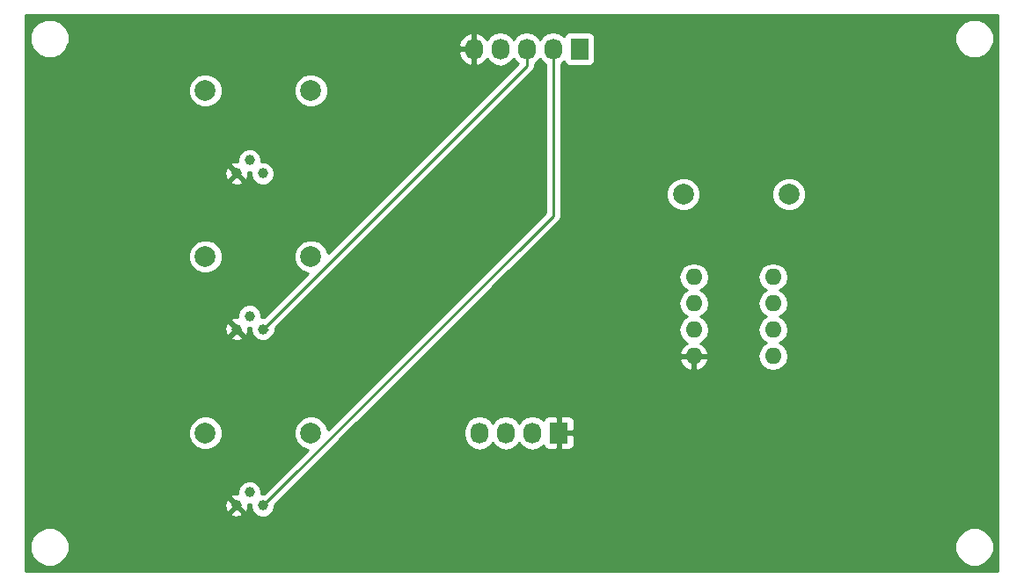
<source format=gbr>
G04 #@! TF.FileFunction,Copper,L2,Bot,Signal*
%FSLAX46Y46*%
G04 Gerber Fmt 4.6, Leading zero omitted, Abs format (unit mm)*
G04 Created by KiCad (PCBNEW 4.0.5+dfsg1-4) date Sun Jul  1 16:29:06 2018*
%MOMM*%
%LPD*%
G01*
G04 APERTURE LIST*
%ADD10C,0.100000*%
%ADD11R,1.727200X2.032000*%
%ADD12O,1.727200X2.032000*%
%ADD13C,1.000760*%
%ADD14C,1.998980*%
%ADD15O,1.600000X1.600000*%
%ADD16C,0.250000*%
%ADD17C,0.254000*%
G04 APERTURE END LIST*
D10*
D11*
X82000000Y-26000000D03*
D12*
X79460000Y-26000000D03*
X76920000Y-26000000D03*
X74380000Y-26000000D03*
X71840000Y-26000000D03*
D13*
X50270000Y-68730000D03*
X51540000Y-70000000D03*
X49000000Y-70000000D03*
X50270000Y-51730000D03*
X51540000Y-53000000D03*
X49000000Y-53000000D03*
X50270000Y-36730000D03*
X51540000Y-38000000D03*
X49000000Y-38000000D03*
D14*
X46000000Y-63000000D03*
X56160000Y-63000000D03*
X46000000Y-46000000D03*
X56160000Y-46000000D03*
X46000000Y-30000000D03*
X56160000Y-30000000D03*
X92000000Y-40000000D03*
X102160000Y-40000000D03*
D15*
X93000000Y-48000000D03*
X93000000Y-50540000D03*
X93000000Y-53080000D03*
X93000000Y-55620000D03*
X100620000Y-55620000D03*
X100620000Y-53080000D03*
X100620000Y-50540000D03*
X100620000Y-48000000D03*
D11*
X80000000Y-63000000D03*
D12*
X77460000Y-63000000D03*
X74920000Y-63000000D03*
X72380000Y-63000000D03*
D16*
X56160000Y-63000000D02*
X56160000Y-62840000D01*
X79460000Y-26000000D02*
X79460000Y-42080000D01*
X79460000Y-42080000D02*
X51540000Y-70000000D01*
X76920000Y-26000000D02*
X76920000Y-27620000D01*
X76920000Y-27620000D02*
X51540000Y-53000000D01*
X52000000Y-53000000D02*
X51540000Y-53000000D01*
D17*
G36*
X122290000Y-76290000D02*
X28710000Y-76290000D01*
X28710000Y-74373305D01*
X29114674Y-74373305D01*
X29401043Y-75066372D01*
X29930839Y-75597093D01*
X30623405Y-75884672D01*
X31373305Y-75885326D01*
X32066372Y-75598957D01*
X32597093Y-75069161D01*
X32884672Y-74376595D01*
X32884674Y-74373305D01*
X118114674Y-74373305D01*
X118401043Y-75066372D01*
X118930839Y-75597093D01*
X119623405Y-75884672D01*
X120373305Y-75885326D01*
X121066372Y-75598957D01*
X121597093Y-75069161D01*
X121884672Y-74376595D01*
X121885326Y-73626695D01*
X121598957Y-72933628D01*
X121069161Y-72402907D01*
X120376595Y-72115328D01*
X119626695Y-72114674D01*
X118933628Y-72401043D01*
X118402907Y-72930839D01*
X118115328Y-73623405D01*
X118114674Y-74373305D01*
X32884674Y-74373305D01*
X32885326Y-73626695D01*
X32598957Y-72933628D01*
X32069161Y-72402907D01*
X31376595Y-72115328D01*
X30626695Y-72114674D01*
X29933628Y-72401043D01*
X29402907Y-72930839D01*
X29115328Y-73623405D01*
X29114674Y-74373305D01*
X28710000Y-74373305D01*
X28710000Y-70790381D01*
X48389224Y-70790381D01*
X48426418Y-71005532D01*
X48854880Y-71148491D01*
X49305435Y-71116602D01*
X49573582Y-71005532D01*
X49610776Y-70790381D01*
X49000000Y-70179605D01*
X48389224Y-70790381D01*
X28710000Y-70790381D01*
X28710000Y-69854880D01*
X47851509Y-69854880D01*
X47883398Y-70305435D01*
X47994468Y-70573582D01*
X48209619Y-70610776D01*
X48820395Y-70000000D01*
X48209619Y-69389224D01*
X47994468Y-69426418D01*
X47851509Y-69854880D01*
X28710000Y-69854880D01*
X28710000Y-63323694D01*
X44365226Y-63323694D01*
X44613538Y-63924655D01*
X45072927Y-64384846D01*
X45673453Y-64634206D01*
X46323694Y-64634774D01*
X46924655Y-64386462D01*
X47384846Y-63927073D01*
X47634206Y-63326547D01*
X47634774Y-62676306D01*
X47386462Y-62075345D01*
X46927073Y-61615154D01*
X46326547Y-61365794D01*
X45676306Y-61365226D01*
X45075345Y-61613538D01*
X44615154Y-62072927D01*
X44365794Y-62673453D01*
X44365226Y-63323694D01*
X28710000Y-63323694D01*
X28710000Y-53790381D01*
X48389224Y-53790381D01*
X48426418Y-54005532D01*
X48854880Y-54148491D01*
X49305435Y-54116602D01*
X49573582Y-54005532D01*
X49610776Y-53790381D01*
X49000000Y-53179605D01*
X48389224Y-53790381D01*
X28710000Y-53790381D01*
X28710000Y-52854880D01*
X47851509Y-52854880D01*
X47883398Y-53305435D01*
X47994468Y-53573582D01*
X48209619Y-53610776D01*
X48820395Y-53000000D01*
X48209619Y-52389224D01*
X47994468Y-52426418D01*
X47851509Y-52854880D01*
X28710000Y-52854880D01*
X28710000Y-52209619D01*
X48389224Y-52209619D01*
X49000000Y-52820395D01*
X49014143Y-52806253D01*
X49193748Y-52985858D01*
X49179605Y-53000000D01*
X49790381Y-53610776D01*
X50005532Y-53573582D01*
X50148491Y-53145120D01*
X50128683Y-52865257D01*
X50404737Y-52865497D01*
X50404424Y-53224850D01*
X50576911Y-53642301D01*
X50896019Y-53961967D01*
X51313168Y-54135182D01*
X51764850Y-54135576D01*
X52182301Y-53963089D01*
X52501967Y-53643981D01*
X52560705Y-53502524D01*
X52702148Y-53290839D01*
X52760000Y-53000000D01*
X52735910Y-52878892D01*
X77457401Y-28157401D01*
X77622148Y-27910840D01*
X77680000Y-27620000D01*
X77680000Y-27444648D01*
X77979670Y-27244415D01*
X78190000Y-26929634D01*
X78400330Y-27244415D01*
X78700000Y-27444648D01*
X78700000Y-41765198D01*
X57793054Y-62672144D01*
X57546462Y-62075345D01*
X57087073Y-61615154D01*
X56486547Y-61365794D01*
X55836306Y-61365226D01*
X55235345Y-61613538D01*
X54775154Y-62072927D01*
X54525794Y-62673453D01*
X54525226Y-63323694D01*
X54773538Y-63924655D01*
X55232927Y-64384846D01*
X55831714Y-64633484D01*
X51600525Y-68864673D01*
X51405263Y-68864503D01*
X51405576Y-68505150D01*
X51233089Y-68087699D01*
X50913981Y-67768033D01*
X50496832Y-67594818D01*
X50045150Y-67594424D01*
X49627699Y-67766911D01*
X49308033Y-68086019D01*
X49134818Y-68503168D01*
X49134513Y-68852260D01*
X48694565Y-68883398D01*
X48426418Y-68994468D01*
X48389224Y-69209619D01*
X49000000Y-69820395D01*
X49014143Y-69806253D01*
X49193748Y-69985858D01*
X49179605Y-70000000D01*
X49790381Y-70610776D01*
X50005532Y-70573582D01*
X50148491Y-70145120D01*
X50128683Y-69865257D01*
X50404737Y-69865497D01*
X50404424Y-70224850D01*
X50576911Y-70642301D01*
X50896019Y-70961967D01*
X51313168Y-71135182D01*
X51764850Y-71135576D01*
X52182301Y-70963089D01*
X52501967Y-70643981D01*
X52675182Y-70226832D01*
X52675433Y-69939369D01*
X59799547Y-62815255D01*
X70881400Y-62815255D01*
X70881400Y-63184745D01*
X70995474Y-63758234D01*
X71320330Y-64244415D01*
X71806511Y-64569271D01*
X72380000Y-64683345D01*
X72953489Y-64569271D01*
X73439670Y-64244415D01*
X73650000Y-63929634D01*
X73860330Y-64244415D01*
X74346511Y-64569271D01*
X74920000Y-64683345D01*
X75493489Y-64569271D01*
X75979670Y-64244415D01*
X76190000Y-63929634D01*
X76400330Y-64244415D01*
X76886511Y-64569271D01*
X77460000Y-64683345D01*
X78033489Y-64569271D01*
X78519670Y-64244415D01*
X78534500Y-64222220D01*
X78598073Y-64375699D01*
X78776702Y-64554327D01*
X79010091Y-64651000D01*
X79714250Y-64651000D01*
X79873000Y-64492250D01*
X79873000Y-63127000D01*
X80127000Y-63127000D01*
X80127000Y-64492250D01*
X80285750Y-64651000D01*
X80989909Y-64651000D01*
X81223298Y-64554327D01*
X81401927Y-64375699D01*
X81498600Y-64142310D01*
X81498600Y-63285750D01*
X81339850Y-63127000D01*
X80127000Y-63127000D01*
X79873000Y-63127000D01*
X79853000Y-63127000D01*
X79853000Y-62873000D01*
X79873000Y-62873000D01*
X79873000Y-61507750D01*
X80127000Y-61507750D01*
X80127000Y-62873000D01*
X81339850Y-62873000D01*
X81498600Y-62714250D01*
X81498600Y-61857690D01*
X81401927Y-61624301D01*
X81223298Y-61445673D01*
X80989909Y-61349000D01*
X80285750Y-61349000D01*
X80127000Y-61507750D01*
X79873000Y-61507750D01*
X79714250Y-61349000D01*
X79010091Y-61349000D01*
X78776702Y-61445673D01*
X78598073Y-61624301D01*
X78534500Y-61777780D01*
X78519670Y-61755585D01*
X78033489Y-61430729D01*
X77460000Y-61316655D01*
X76886511Y-61430729D01*
X76400330Y-61755585D01*
X76190000Y-62070366D01*
X75979670Y-61755585D01*
X75493489Y-61430729D01*
X74920000Y-61316655D01*
X74346511Y-61430729D01*
X73860330Y-61755585D01*
X73650000Y-62070366D01*
X73439670Y-61755585D01*
X72953489Y-61430729D01*
X72380000Y-61316655D01*
X71806511Y-61430729D01*
X71320330Y-61755585D01*
X70995474Y-62241766D01*
X70881400Y-62815255D01*
X59799547Y-62815255D01*
X66645763Y-55969039D01*
X91608096Y-55969039D01*
X91768959Y-56357423D01*
X92144866Y-56772389D01*
X92650959Y-57011914D01*
X92873000Y-56890629D01*
X92873000Y-55747000D01*
X93127000Y-55747000D01*
X93127000Y-56890629D01*
X93349041Y-57011914D01*
X93855134Y-56772389D01*
X94231041Y-56357423D01*
X94391904Y-55969039D01*
X94269915Y-55747000D01*
X93127000Y-55747000D01*
X92873000Y-55747000D01*
X91730085Y-55747000D01*
X91608096Y-55969039D01*
X66645763Y-55969039D01*
X74614802Y-48000000D01*
X91536887Y-48000000D01*
X91646120Y-48549151D01*
X91957189Y-49014698D01*
X92339275Y-49270000D01*
X91957189Y-49525302D01*
X91646120Y-49990849D01*
X91536887Y-50540000D01*
X91646120Y-51089151D01*
X91957189Y-51554698D01*
X92339275Y-51810000D01*
X91957189Y-52065302D01*
X91646120Y-52530849D01*
X91536887Y-53080000D01*
X91646120Y-53629151D01*
X91957189Y-54094698D01*
X92361703Y-54364986D01*
X92144866Y-54467611D01*
X91768959Y-54882577D01*
X91608096Y-55270961D01*
X91730085Y-55493000D01*
X92873000Y-55493000D01*
X92873000Y-55473000D01*
X93127000Y-55473000D01*
X93127000Y-55493000D01*
X94269915Y-55493000D01*
X94391904Y-55270961D01*
X94231041Y-54882577D01*
X93855134Y-54467611D01*
X93638297Y-54364986D01*
X94042811Y-54094698D01*
X94353880Y-53629151D01*
X94463113Y-53080000D01*
X94353880Y-52530849D01*
X94042811Y-52065302D01*
X93660725Y-51810000D01*
X94042811Y-51554698D01*
X94353880Y-51089151D01*
X94463113Y-50540000D01*
X94353880Y-49990849D01*
X94042811Y-49525302D01*
X93660725Y-49270000D01*
X94042811Y-49014698D01*
X94353880Y-48549151D01*
X94463113Y-48000000D01*
X99156887Y-48000000D01*
X99266120Y-48549151D01*
X99577189Y-49014698D01*
X99959275Y-49270000D01*
X99577189Y-49525302D01*
X99266120Y-49990849D01*
X99156887Y-50540000D01*
X99266120Y-51089151D01*
X99577189Y-51554698D01*
X99959275Y-51810000D01*
X99577189Y-52065302D01*
X99266120Y-52530849D01*
X99156887Y-53080000D01*
X99266120Y-53629151D01*
X99577189Y-54094698D01*
X99959275Y-54350000D01*
X99577189Y-54605302D01*
X99266120Y-55070849D01*
X99156887Y-55620000D01*
X99266120Y-56169151D01*
X99577189Y-56634698D01*
X100042736Y-56945767D01*
X100591887Y-57055000D01*
X100648113Y-57055000D01*
X101197264Y-56945767D01*
X101662811Y-56634698D01*
X101973880Y-56169151D01*
X102083113Y-55620000D01*
X101973880Y-55070849D01*
X101662811Y-54605302D01*
X101280725Y-54350000D01*
X101662811Y-54094698D01*
X101973880Y-53629151D01*
X102083113Y-53080000D01*
X101973880Y-52530849D01*
X101662811Y-52065302D01*
X101280725Y-51810000D01*
X101662811Y-51554698D01*
X101973880Y-51089151D01*
X102083113Y-50540000D01*
X101973880Y-49990849D01*
X101662811Y-49525302D01*
X101280725Y-49270000D01*
X101662811Y-49014698D01*
X101973880Y-48549151D01*
X102083113Y-48000000D01*
X101973880Y-47450849D01*
X101662811Y-46985302D01*
X101197264Y-46674233D01*
X100648113Y-46565000D01*
X100591887Y-46565000D01*
X100042736Y-46674233D01*
X99577189Y-46985302D01*
X99266120Y-47450849D01*
X99156887Y-48000000D01*
X94463113Y-48000000D01*
X94353880Y-47450849D01*
X94042811Y-46985302D01*
X93577264Y-46674233D01*
X93028113Y-46565000D01*
X92971887Y-46565000D01*
X92422736Y-46674233D01*
X91957189Y-46985302D01*
X91646120Y-47450849D01*
X91536887Y-48000000D01*
X74614802Y-48000000D01*
X79997401Y-42617401D01*
X80162148Y-42370839D01*
X80220000Y-42080000D01*
X80220000Y-40323694D01*
X90365226Y-40323694D01*
X90613538Y-40924655D01*
X91072927Y-41384846D01*
X91673453Y-41634206D01*
X92323694Y-41634774D01*
X92924655Y-41386462D01*
X93384846Y-40927073D01*
X93634206Y-40326547D01*
X93634208Y-40323694D01*
X100525226Y-40323694D01*
X100773538Y-40924655D01*
X101232927Y-41384846D01*
X101833453Y-41634206D01*
X102483694Y-41634774D01*
X103084655Y-41386462D01*
X103544846Y-40927073D01*
X103794206Y-40326547D01*
X103794774Y-39676306D01*
X103546462Y-39075345D01*
X103087073Y-38615154D01*
X102486547Y-38365794D01*
X101836306Y-38365226D01*
X101235345Y-38613538D01*
X100775154Y-39072927D01*
X100525794Y-39673453D01*
X100525226Y-40323694D01*
X93634208Y-40323694D01*
X93634774Y-39676306D01*
X93386462Y-39075345D01*
X92927073Y-38615154D01*
X92326547Y-38365794D01*
X91676306Y-38365226D01*
X91075345Y-38613538D01*
X90615154Y-39072927D01*
X90365794Y-39673453D01*
X90365226Y-40323694D01*
X80220000Y-40323694D01*
X80220000Y-27444648D01*
X80519670Y-27244415D01*
X80529243Y-27230087D01*
X80533238Y-27251317D01*
X80672310Y-27467441D01*
X80884510Y-27612431D01*
X81136400Y-27663440D01*
X82863600Y-27663440D01*
X83098917Y-27619162D01*
X83315041Y-27480090D01*
X83460031Y-27267890D01*
X83511040Y-27016000D01*
X83511040Y-25373305D01*
X118114674Y-25373305D01*
X118401043Y-26066372D01*
X118930839Y-26597093D01*
X119623405Y-26884672D01*
X120373305Y-26885326D01*
X121066372Y-26598957D01*
X121597093Y-26069161D01*
X121884672Y-25376595D01*
X121885326Y-24626695D01*
X121598957Y-23933628D01*
X121069161Y-23402907D01*
X120376595Y-23115328D01*
X119626695Y-23114674D01*
X118933628Y-23401043D01*
X118402907Y-23930839D01*
X118115328Y-24623405D01*
X118114674Y-25373305D01*
X83511040Y-25373305D01*
X83511040Y-24984000D01*
X83466762Y-24748683D01*
X83327690Y-24532559D01*
X83115490Y-24387569D01*
X82863600Y-24336560D01*
X81136400Y-24336560D01*
X80901083Y-24380838D01*
X80684959Y-24519910D01*
X80539969Y-24732110D01*
X80531600Y-24773439D01*
X80519670Y-24755585D01*
X80033489Y-24430729D01*
X79460000Y-24316655D01*
X78886511Y-24430729D01*
X78400330Y-24755585D01*
X78190000Y-25070366D01*
X77979670Y-24755585D01*
X77493489Y-24430729D01*
X76920000Y-24316655D01*
X76346511Y-24430729D01*
X75860330Y-24755585D01*
X75650000Y-25070366D01*
X75439670Y-24755585D01*
X74953489Y-24430729D01*
X74380000Y-24316655D01*
X73806511Y-24430729D01*
X73320330Y-24755585D01*
X73113539Y-25065069D01*
X72742036Y-24649268D01*
X72214791Y-24395291D01*
X72199026Y-24392642D01*
X71967000Y-24513783D01*
X71967000Y-25873000D01*
X71987000Y-25873000D01*
X71987000Y-26127000D01*
X71967000Y-26127000D01*
X71967000Y-27486217D01*
X72199026Y-27607358D01*
X72214791Y-27604709D01*
X72742036Y-27350732D01*
X73113539Y-26934931D01*
X73320330Y-27244415D01*
X73806511Y-27569271D01*
X74380000Y-27683345D01*
X74953489Y-27569271D01*
X75439670Y-27244415D01*
X75650000Y-26929634D01*
X75860330Y-27244415D01*
X76076406Y-27388792D01*
X57793054Y-45672144D01*
X57546462Y-45075345D01*
X57087073Y-44615154D01*
X56486547Y-44365794D01*
X55836306Y-44365226D01*
X55235345Y-44613538D01*
X54775154Y-45072927D01*
X54525794Y-45673453D01*
X54525226Y-46323694D01*
X54773538Y-46924655D01*
X55232927Y-47384846D01*
X55831714Y-47633484D01*
X51600525Y-51864673D01*
X51405263Y-51864503D01*
X51405576Y-51505150D01*
X51233089Y-51087699D01*
X50913981Y-50768033D01*
X50496832Y-50594818D01*
X50045150Y-50594424D01*
X49627699Y-50766911D01*
X49308033Y-51086019D01*
X49134818Y-51503168D01*
X49134513Y-51852260D01*
X48694565Y-51883398D01*
X48426418Y-51994468D01*
X48389224Y-52209619D01*
X28710000Y-52209619D01*
X28710000Y-46323694D01*
X44365226Y-46323694D01*
X44613538Y-46924655D01*
X45072927Y-47384846D01*
X45673453Y-47634206D01*
X46323694Y-47634774D01*
X46924655Y-47386462D01*
X47384846Y-46927073D01*
X47634206Y-46326547D01*
X47634774Y-45676306D01*
X47386462Y-45075345D01*
X46927073Y-44615154D01*
X46326547Y-44365794D01*
X45676306Y-44365226D01*
X45075345Y-44613538D01*
X44615154Y-45072927D01*
X44365794Y-45673453D01*
X44365226Y-46323694D01*
X28710000Y-46323694D01*
X28710000Y-38790381D01*
X48389224Y-38790381D01*
X48426418Y-39005532D01*
X48854880Y-39148491D01*
X49305435Y-39116602D01*
X49573582Y-39005532D01*
X49610776Y-38790381D01*
X49000000Y-38179605D01*
X48389224Y-38790381D01*
X28710000Y-38790381D01*
X28710000Y-37854880D01*
X47851509Y-37854880D01*
X47883398Y-38305435D01*
X47994468Y-38573582D01*
X48209619Y-38610776D01*
X48820395Y-38000000D01*
X48209619Y-37389224D01*
X47994468Y-37426418D01*
X47851509Y-37854880D01*
X28710000Y-37854880D01*
X28710000Y-37209619D01*
X48389224Y-37209619D01*
X49000000Y-37820395D01*
X49014143Y-37806253D01*
X49193748Y-37985858D01*
X49179605Y-38000000D01*
X49790381Y-38610776D01*
X50005532Y-38573582D01*
X50148491Y-38145120D01*
X50128683Y-37865257D01*
X50404737Y-37865497D01*
X50404424Y-38224850D01*
X50576911Y-38642301D01*
X50896019Y-38961967D01*
X51313168Y-39135182D01*
X51764850Y-39135576D01*
X52182301Y-38963089D01*
X52501967Y-38643981D01*
X52675182Y-38226832D01*
X52675576Y-37775150D01*
X52503089Y-37357699D01*
X52183981Y-37038033D01*
X51766832Y-36864818D01*
X51405263Y-36864503D01*
X51405576Y-36505150D01*
X51233089Y-36087699D01*
X50913981Y-35768033D01*
X50496832Y-35594818D01*
X50045150Y-35594424D01*
X49627699Y-35766911D01*
X49308033Y-36086019D01*
X49134818Y-36503168D01*
X49134513Y-36852260D01*
X48694565Y-36883398D01*
X48426418Y-36994468D01*
X48389224Y-37209619D01*
X28710000Y-37209619D01*
X28710000Y-30323694D01*
X44365226Y-30323694D01*
X44613538Y-30924655D01*
X45072927Y-31384846D01*
X45673453Y-31634206D01*
X46323694Y-31634774D01*
X46924655Y-31386462D01*
X47384846Y-30927073D01*
X47634206Y-30326547D01*
X47634208Y-30323694D01*
X54525226Y-30323694D01*
X54773538Y-30924655D01*
X55232927Y-31384846D01*
X55833453Y-31634206D01*
X56483694Y-31634774D01*
X57084655Y-31386462D01*
X57544846Y-30927073D01*
X57794206Y-30326547D01*
X57794774Y-29676306D01*
X57546462Y-29075345D01*
X57087073Y-28615154D01*
X56486547Y-28365794D01*
X55836306Y-28365226D01*
X55235345Y-28613538D01*
X54775154Y-29072927D01*
X54525794Y-29673453D01*
X54525226Y-30323694D01*
X47634208Y-30323694D01*
X47634774Y-29676306D01*
X47386462Y-29075345D01*
X46927073Y-28615154D01*
X46326547Y-28365794D01*
X45676306Y-28365226D01*
X45075345Y-28613538D01*
X44615154Y-29072927D01*
X44365794Y-29673453D01*
X44365226Y-30323694D01*
X28710000Y-30323694D01*
X28710000Y-25373305D01*
X29114674Y-25373305D01*
X29401043Y-26066372D01*
X29930839Y-26597093D01*
X30623405Y-26884672D01*
X31373305Y-26885326D01*
X32066372Y-26598957D01*
X32303829Y-26361913D01*
X70354816Y-26361913D01*
X70548046Y-26914320D01*
X70937964Y-27350732D01*
X71465209Y-27604709D01*
X71480974Y-27607358D01*
X71713000Y-27486217D01*
X71713000Y-26127000D01*
X70499076Y-26127000D01*
X70354816Y-26361913D01*
X32303829Y-26361913D01*
X32597093Y-26069161D01*
X32776090Y-25638087D01*
X70354816Y-25638087D01*
X70499076Y-25873000D01*
X71713000Y-25873000D01*
X71713000Y-24513783D01*
X71480974Y-24392642D01*
X71465209Y-24395291D01*
X70937964Y-24649268D01*
X70548046Y-25085680D01*
X70354816Y-25638087D01*
X32776090Y-25638087D01*
X32884672Y-25376595D01*
X32885326Y-24626695D01*
X32598957Y-23933628D01*
X32069161Y-23402907D01*
X31376595Y-23115328D01*
X30626695Y-23114674D01*
X29933628Y-23401043D01*
X29402907Y-23930839D01*
X29115328Y-24623405D01*
X29114674Y-25373305D01*
X28710000Y-25373305D01*
X28710000Y-22710000D01*
X122290000Y-22710000D01*
X122290000Y-76290000D01*
X122290000Y-76290000D01*
G37*
X122290000Y-76290000D02*
X28710000Y-76290000D01*
X28710000Y-74373305D01*
X29114674Y-74373305D01*
X29401043Y-75066372D01*
X29930839Y-75597093D01*
X30623405Y-75884672D01*
X31373305Y-75885326D01*
X32066372Y-75598957D01*
X32597093Y-75069161D01*
X32884672Y-74376595D01*
X32884674Y-74373305D01*
X118114674Y-74373305D01*
X118401043Y-75066372D01*
X118930839Y-75597093D01*
X119623405Y-75884672D01*
X120373305Y-75885326D01*
X121066372Y-75598957D01*
X121597093Y-75069161D01*
X121884672Y-74376595D01*
X121885326Y-73626695D01*
X121598957Y-72933628D01*
X121069161Y-72402907D01*
X120376595Y-72115328D01*
X119626695Y-72114674D01*
X118933628Y-72401043D01*
X118402907Y-72930839D01*
X118115328Y-73623405D01*
X118114674Y-74373305D01*
X32884674Y-74373305D01*
X32885326Y-73626695D01*
X32598957Y-72933628D01*
X32069161Y-72402907D01*
X31376595Y-72115328D01*
X30626695Y-72114674D01*
X29933628Y-72401043D01*
X29402907Y-72930839D01*
X29115328Y-73623405D01*
X29114674Y-74373305D01*
X28710000Y-74373305D01*
X28710000Y-70790381D01*
X48389224Y-70790381D01*
X48426418Y-71005532D01*
X48854880Y-71148491D01*
X49305435Y-71116602D01*
X49573582Y-71005532D01*
X49610776Y-70790381D01*
X49000000Y-70179605D01*
X48389224Y-70790381D01*
X28710000Y-70790381D01*
X28710000Y-69854880D01*
X47851509Y-69854880D01*
X47883398Y-70305435D01*
X47994468Y-70573582D01*
X48209619Y-70610776D01*
X48820395Y-70000000D01*
X48209619Y-69389224D01*
X47994468Y-69426418D01*
X47851509Y-69854880D01*
X28710000Y-69854880D01*
X28710000Y-63323694D01*
X44365226Y-63323694D01*
X44613538Y-63924655D01*
X45072927Y-64384846D01*
X45673453Y-64634206D01*
X46323694Y-64634774D01*
X46924655Y-64386462D01*
X47384846Y-63927073D01*
X47634206Y-63326547D01*
X47634774Y-62676306D01*
X47386462Y-62075345D01*
X46927073Y-61615154D01*
X46326547Y-61365794D01*
X45676306Y-61365226D01*
X45075345Y-61613538D01*
X44615154Y-62072927D01*
X44365794Y-62673453D01*
X44365226Y-63323694D01*
X28710000Y-63323694D01*
X28710000Y-53790381D01*
X48389224Y-53790381D01*
X48426418Y-54005532D01*
X48854880Y-54148491D01*
X49305435Y-54116602D01*
X49573582Y-54005532D01*
X49610776Y-53790381D01*
X49000000Y-53179605D01*
X48389224Y-53790381D01*
X28710000Y-53790381D01*
X28710000Y-52854880D01*
X47851509Y-52854880D01*
X47883398Y-53305435D01*
X47994468Y-53573582D01*
X48209619Y-53610776D01*
X48820395Y-53000000D01*
X48209619Y-52389224D01*
X47994468Y-52426418D01*
X47851509Y-52854880D01*
X28710000Y-52854880D01*
X28710000Y-52209619D01*
X48389224Y-52209619D01*
X49000000Y-52820395D01*
X49014143Y-52806253D01*
X49193748Y-52985858D01*
X49179605Y-53000000D01*
X49790381Y-53610776D01*
X50005532Y-53573582D01*
X50148491Y-53145120D01*
X50128683Y-52865257D01*
X50404737Y-52865497D01*
X50404424Y-53224850D01*
X50576911Y-53642301D01*
X50896019Y-53961967D01*
X51313168Y-54135182D01*
X51764850Y-54135576D01*
X52182301Y-53963089D01*
X52501967Y-53643981D01*
X52560705Y-53502524D01*
X52702148Y-53290839D01*
X52760000Y-53000000D01*
X52735910Y-52878892D01*
X77457401Y-28157401D01*
X77622148Y-27910840D01*
X77680000Y-27620000D01*
X77680000Y-27444648D01*
X77979670Y-27244415D01*
X78190000Y-26929634D01*
X78400330Y-27244415D01*
X78700000Y-27444648D01*
X78700000Y-41765198D01*
X57793054Y-62672144D01*
X57546462Y-62075345D01*
X57087073Y-61615154D01*
X56486547Y-61365794D01*
X55836306Y-61365226D01*
X55235345Y-61613538D01*
X54775154Y-62072927D01*
X54525794Y-62673453D01*
X54525226Y-63323694D01*
X54773538Y-63924655D01*
X55232927Y-64384846D01*
X55831714Y-64633484D01*
X51600525Y-68864673D01*
X51405263Y-68864503D01*
X51405576Y-68505150D01*
X51233089Y-68087699D01*
X50913981Y-67768033D01*
X50496832Y-67594818D01*
X50045150Y-67594424D01*
X49627699Y-67766911D01*
X49308033Y-68086019D01*
X49134818Y-68503168D01*
X49134513Y-68852260D01*
X48694565Y-68883398D01*
X48426418Y-68994468D01*
X48389224Y-69209619D01*
X49000000Y-69820395D01*
X49014143Y-69806253D01*
X49193748Y-69985858D01*
X49179605Y-70000000D01*
X49790381Y-70610776D01*
X50005532Y-70573582D01*
X50148491Y-70145120D01*
X50128683Y-69865257D01*
X50404737Y-69865497D01*
X50404424Y-70224850D01*
X50576911Y-70642301D01*
X50896019Y-70961967D01*
X51313168Y-71135182D01*
X51764850Y-71135576D01*
X52182301Y-70963089D01*
X52501967Y-70643981D01*
X52675182Y-70226832D01*
X52675433Y-69939369D01*
X59799547Y-62815255D01*
X70881400Y-62815255D01*
X70881400Y-63184745D01*
X70995474Y-63758234D01*
X71320330Y-64244415D01*
X71806511Y-64569271D01*
X72380000Y-64683345D01*
X72953489Y-64569271D01*
X73439670Y-64244415D01*
X73650000Y-63929634D01*
X73860330Y-64244415D01*
X74346511Y-64569271D01*
X74920000Y-64683345D01*
X75493489Y-64569271D01*
X75979670Y-64244415D01*
X76190000Y-63929634D01*
X76400330Y-64244415D01*
X76886511Y-64569271D01*
X77460000Y-64683345D01*
X78033489Y-64569271D01*
X78519670Y-64244415D01*
X78534500Y-64222220D01*
X78598073Y-64375699D01*
X78776702Y-64554327D01*
X79010091Y-64651000D01*
X79714250Y-64651000D01*
X79873000Y-64492250D01*
X79873000Y-63127000D01*
X80127000Y-63127000D01*
X80127000Y-64492250D01*
X80285750Y-64651000D01*
X80989909Y-64651000D01*
X81223298Y-64554327D01*
X81401927Y-64375699D01*
X81498600Y-64142310D01*
X81498600Y-63285750D01*
X81339850Y-63127000D01*
X80127000Y-63127000D01*
X79873000Y-63127000D01*
X79853000Y-63127000D01*
X79853000Y-62873000D01*
X79873000Y-62873000D01*
X79873000Y-61507750D01*
X80127000Y-61507750D01*
X80127000Y-62873000D01*
X81339850Y-62873000D01*
X81498600Y-62714250D01*
X81498600Y-61857690D01*
X81401927Y-61624301D01*
X81223298Y-61445673D01*
X80989909Y-61349000D01*
X80285750Y-61349000D01*
X80127000Y-61507750D01*
X79873000Y-61507750D01*
X79714250Y-61349000D01*
X79010091Y-61349000D01*
X78776702Y-61445673D01*
X78598073Y-61624301D01*
X78534500Y-61777780D01*
X78519670Y-61755585D01*
X78033489Y-61430729D01*
X77460000Y-61316655D01*
X76886511Y-61430729D01*
X76400330Y-61755585D01*
X76190000Y-62070366D01*
X75979670Y-61755585D01*
X75493489Y-61430729D01*
X74920000Y-61316655D01*
X74346511Y-61430729D01*
X73860330Y-61755585D01*
X73650000Y-62070366D01*
X73439670Y-61755585D01*
X72953489Y-61430729D01*
X72380000Y-61316655D01*
X71806511Y-61430729D01*
X71320330Y-61755585D01*
X70995474Y-62241766D01*
X70881400Y-62815255D01*
X59799547Y-62815255D01*
X66645763Y-55969039D01*
X91608096Y-55969039D01*
X91768959Y-56357423D01*
X92144866Y-56772389D01*
X92650959Y-57011914D01*
X92873000Y-56890629D01*
X92873000Y-55747000D01*
X93127000Y-55747000D01*
X93127000Y-56890629D01*
X93349041Y-57011914D01*
X93855134Y-56772389D01*
X94231041Y-56357423D01*
X94391904Y-55969039D01*
X94269915Y-55747000D01*
X93127000Y-55747000D01*
X92873000Y-55747000D01*
X91730085Y-55747000D01*
X91608096Y-55969039D01*
X66645763Y-55969039D01*
X74614802Y-48000000D01*
X91536887Y-48000000D01*
X91646120Y-48549151D01*
X91957189Y-49014698D01*
X92339275Y-49270000D01*
X91957189Y-49525302D01*
X91646120Y-49990849D01*
X91536887Y-50540000D01*
X91646120Y-51089151D01*
X91957189Y-51554698D01*
X92339275Y-51810000D01*
X91957189Y-52065302D01*
X91646120Y-52530849D01*
X91536887Y-53080000D01*
X91646120Y-53629151D01*
X91957189Y-54094698D01*
X92361703Y-54364986D01*
X92144866Y-54467611D01*
X91768959Y-54882577D01*
X91608096Y-55270961D01*
X91730085Y-55493000D01*
X92873000Y-55493000D01*
X92873000Y-55473000D01*
X93127000Y-55473000D01*
X93127000Y-55493000D01*
X94269915Y-55493000D01*
X94391904Y-55270961D01*
X94231041Y-54882577D01*
X93855134Y-54467611D01*
X93638297Y-54364986D01*
X94042811Y-54094698D01*
X94353880Y-53629151D01*
X94463113Y-53080000D01*
X94353880Y-52530849D01*
X94042811Y-52065302D01*
X93660725Y-51810000D01*
X94042811Y-51554698D01*
X94353880Y-51089151D01*
X94463113Y-50540000D01*
X94353880Y-49990849D01*
X94042811Y-49525302D01*
X93660725Y-49270000D01*
X94042811Y-49014698D01*
X94353880Y-48549151D01*
X94463113Y-48000000D01*
X99156887Y-48000000D01*
X99266120Y-48549151D01*
X99577189Y-49014698D01*
X99959275Y-49270000D01*
X99577189Y-49525302D01*
X99266120Y-49990849D01*
X99156887Y-50540000D01*
X99266120Y-51089151D01*
X99577189Y-51554698D01*
X99959275Y-51810000D01*
X99577189Y-52065302D01*
X99266120Y-52530849D01*
X99156887Y-53080000D01*
X99266120Y-53629151D01*
X99577189Y-54094698D01*
X99959275Y-54350000D01*
X99577189Y-54605302D01*
X99266120Y-55070849D01*
X99156887Y-55620000D01*
X99266120Y-56169151D01*
X99577189Y-56634698D01*
X100042736Y-56945767D01*
X100591887Y-57055000D01*
X100648113Y-57055000D01*
X101197264Y-56945767D01*
X101662811Y-56634698D01*
X101973880Y-56169151D01*
X102083113Y-55620000D01*
X101973880Y-55070849D01*
X101662811Y-54605302D01*
X101280725Y-54350000D01*
X101662811Y-54094698D01*
X101973880Y-53629151D01*
X102083113Y-53080000D01*
X101973880Y-52530849D01*
X101662811Y-52065302D01*
X101280725Y-51810000D01*
X101662811Y-51554698D01*
X101973880Y-51089151D01*
X102083113Y-50540000D01*
X101973880Y-49990849D01*
X101662811Y-49525302D01*
X101280725Y-49270000D01*
X101662811Y-49014698D01*
X101973880Y-48549151D01*
X102083113Y-48000000D01*
X101973880Y-47450849D01*
X101662811Y-46985302D01*
X101197264Y-46674233D01*
X100648113Y-46565000D01*
X100591887Y-46565000D01*
X100042736Y-46674233D01*
X99577189Y-46985302D01*
X99266120Y-47450849D01*
X99156887Y-48000000D01*
X94463113Y-48000000D01*
X94353880Y-47450849D01*
X94042811Y-46985302D01*
X93577264Y-46674233D01*
X93028113Y-46565000D01*
X92971887Y-46565000D01*
X92422736Y-46674233D01*
X91957189Y-46985302D01*
X91646120Y-47450849D01*
X91536887Y-48000000D01*
X74614802Y-48000000D01*
X79997401Y-42617401D01*
X80162148Y-42370839D01*
X80220000Y-42080000D01*
X80220000Y-40323694D01*
X90365226Y-40323694D01*
X90613538Y-40924655D01*
X91072927Y-41384846D01*
X91673453Y-41634206D01*
X92323694Y-41634774D01*
X92924655Y-41386462D01*
X93384846Y-40927073D01*
X93634206Y-40326547D01*
X93634208Y-40323694D01*
X100525226Y-40323694D01*
X100773538Y-40924655D01*
X101232927Y-41384846D01*
X101833453Y-41634206D01*
X102483694Y-41634774D01*
X103084655Y-41386462D01*
X103544846Y-40927073D01*
X103794206Y-40326547D01*
X103794774Y-39676306D01*
X103546462Y-39075345D01*
X103087073Y-38615154D01*
X102486547Y-38365794D01*
X101836306Y-38365226D01*
X101235345Y-38613538D01*
X100775154Y-39072927D01*
X100525794Y-39673453D01*
X100525226Y-40323694D01*
X93634208Y-40323694D01*
X93634774Y-39676306D01*
X93386462Y-39075345D01*
X92927073Y-38615154D01*
X92326547Y-38365794D01*
X91676306Y-38365226D01*
X91075345Y-38613538D01*
X90615154Y-39072927D01*
X90365794Y-39673453D01*
X90365226Y-40323694D01*
X80220000Y-40323694D01*
X80220000Y-27444648D01*
X80519670Y-27244415D01*
X80529243Y-27230087D01*
X80533238Y-27251317D01*
X80672310Y-27467441D01*
X80884510Y-27612431D01*
X81136400Y-27663440D01*
X82863600Y-27663440D01*
X83098917Y-27619162D01*
X83315041Y-27480090D01*
X83460031Y-27267890D01*
X83511040Y-27016000D01*
X83511040Y-25373305D01*
X118114674Y-25373305D01*
X118401043Y-26066372D01*
X118930839Y-26597093D01*
X119623405Y-26884672D01*
X120373305Y-26885326D01*
X121066372Y-26598957D01*
X121597093Y-26069161D01*
X121884672Y-25376595D01*
X121885326Y-24626695D01*
X121598957Y-23933628D01*
X121069161Y-23402907D01*
X120376595Y-23115328D01*
X119626695Y-23114674D01*
X118933628Y-23401043D01*
X118402907Y-23930839D01*
X118115328Y-24623405D01*
X118114674Y-25373305D01*
X83511040Y-25373305D01*
X83511040Y-24984000D01*
X83466762Y-24748683D01*
X83327690Y-24532559D01*
X83115490Y-24387569D01*
X82863600Y-24336560D01*
X81136400Y-24336560D01*
X80901083Y-24380838D01*
X80684959Y-24519910D01*
X80539969Y-24732110D01*
X80531600Y-24773439D01*
X80519670Y-24755585D01*
X80033489Y-24430729D01*
X79460000Y-24316655D01*
X78886511Y-24430729D01*
X78400330Y-24755585D01*
X78190000Y-25070366D01*
X77979670Y-24755585D01*
X77493489Y-24430729D01*
X76920000Y-24316655D01*
X76346511Y-24430729D01*
X75860330Y-24755585D01*
X75650000Y-25070366D01*
X75439670Y-24755585D01*
X74953489Y-24430729D01*
X74380000Y-24316655D01*
X73806511Y-24430729D01*
X73320330Y-24755585D01*
X73113539Y-25065069D01*
X72742036Y-24649268D01*
X72214791Y-24395291D01*
X72199026Y-24392642D01*
X71967000Y-24513783D01*
X71967000Y-25873000D01*
X71987000Y-25873000D01*
X71987000Y-26127000D01*
X71967000Y-26127000D01*
X71967000Y-27486217D01*
X72199026Y-27607358D01*
X72214791Y-27604709D01*
X72742036Y-27350732D01*
X73113539Y-26934931D01*
X73320330Y-27244415D01*
X73806511Y-27569271D01*
X74380000Y-27683345D01*
X74953489Y-27569271D01*
X75439670Y-27244415D01*
X75650000Y-26929634D01*
X75860330Y-27244415D01*
X76076406Y-27388792D01*
X57793054Y-45672144D01*
X57546462Y-45075345D01*
X57087073Y-44615154D01*
X56486547Y-44365794D01*
X55836306Y-44365226D01*
X55235345Y-44613538D01*
X54775154Y-45072927D01*
X54525794Y-45673453D01*
X54525226Y-46323694D01*
X54773538Y-46924655D01*
X55232927Y-47384846D01*
X55831714Y-47633484D01*
X51600525Y-51864673D01*
X51405263Y-51864503D01*
X51405576Y-51505150D01*
X51233089Y-51087699D01*
X50913981Y-50768033D01*
X50496832Y-50594818D01*
X50045150Y-50594424D01*
X49627699Y-50766911D01*
X49308033Y-51086019D01*
X49134818Y-51503168D01*
X49134513Y-51852260D01*
X48694565Y-51883398D01*
X48426418Y-51994468D01*
X48389224Y-52209619D01*
X28710000Y-52209619D01*
X28710000Y-46323694D01*
X44365226Y-46323694D01*
X44613538Y-46924655D01*
X45072927Y-47384846D01*
X45673453Y-47634206D01*
X46323694Y-47634774D01*
X46924655Y-47386462D01*
X47384846Y-46927073D01*
X47634206Y-46326547D01*
X47634774Y-45676306D01*
X47386462Y-45075345D01*
X46927073Y-44615154D01*
X46326547Y-44365794D01*
X45676306Y-44365226D01*
X45075345Y-44613538D01*
X44615154Y-45072927D01*
X44365794Y-45673453D01*
X44365226Y-46323694D01*
X28710000Y-46323694D01*
X28710000Y-38790381D01*
X48389224Y-38790381D01*
X48426418Y-39005532D01*
X48854880Y-39148491D01*
X49305435Y-39116602D01*
X49573582Y-39005532D01*
X49610776Y-38790381D01*
X49000000Y-38179605D01*
X48389224Y-38790381D01*
X28710000Y-38790381D01*
X28710000Y-37854880D01*
X47851509Y-37854880D01*
X47883398Y-38305435D01*
X47994468Y-38573582D01*
X48209619Y-38610776D01*
X48820395Y-38000000D01*
X48209619Y-37389224D01*
X47994468Y-37426418D01*
X47851509Y-37854880D01*
X28710000Y-37854880D01*
X28710000Y-37209619D01*
X48389224Y-37209619D01*
X49000000Y-37820395D01*
X49014143Y-37806253D01*
X49193748Y-37985858D01*
X49179605Y-38000000D01*
X49790381Y-38610776D01*
X50005532Y-38573582D01*
X50148491Y-38145120D01*
X50128683Y-37865257D01*
X50404737Y-37865497D01*
X50404424Y-38224850D01*
X50576911Y-38642301D01*
X50896019Y-38961967D01*
X51313168Y-39135182D01*
X51764850Y-39135576D01*
X52182301Y-38963089D01*
X52501967Y-38643981D01*
X52675182Y-38226832D01*
X52675576Y-37775150D01*
X52503089Y-37357699D01*
X52183981Y-37038033D01*
X51766832Y-36864818D01*
X51405263Y-36864503D01*
X51405576Y-36505150D01*
X51233089Y-36087699D01*
X50913981Y-35768033D01*
X50496832Y-35594818D01*
X50045150Y-35594424D01*
X49627699Y-35766911D01*
X49308033Y-36086019D01*
X49134818Y-36503168D01*
X49134513Y-36852260D01*
X48694565Y-36883398D01*
X48426418Y-36994468D01*
X48389224Y-37209619D01*
X28710000Y-37209619D01*
X28710000Y-30323694D01*
X44365226Y-30323694D01*
X44613538Y-30924655D01*
X45072927Y-31384846D01*
X45673453Y-31634206D01*
X46323694Y-31634774D01*
X46924655Y-31386462D01*
X47384846Y-30927073D01*
X47634206Y-30326547D01*
X47634208Y-30323694D01*
X54525226Y-30323694D01*
X54773538Y-30924655D01*
X55232927Y-31384846D01*
X55833453Y-31634206D01*
X56483694Y-31634774D01*
X57084655Y-31386462D01*
X57544846Y-30927073D01*
X57794206Y-30326547D01*
X57794774Y-29676306D01*
X57546462Y-29075345D01*
X57087073Y-28615154D01*
X56486547Y-28365794D01*
X55836306Y-28365226D01*
X55235345Y-28613538D01*
X54775154Y-29072927D01*
X54525794Y-29673453D01*
X54525226Y-30323694D01*
X47634208Y-30323694D01*
X47634774Y-29676306D01*
X47386462Y-29075345D01*
X46927073Y-28615154D01*
X46326547Y-28365794D01*
X45676306Y-28365226D01*
X45075345Y-28613538D01*
X44615154Y-29072927D01*
X44365794Y-29673453D01*
X44365226Y-30323694D01*
X28710000Y-30323694D01*
X28710000Y-25373305D01*
X29114674Y-25373305D01*
X29401043Y-26066372D01*
X29930839Y-26597093D01*
X30623405Y-26884672D01*
X31373305Y-26885326D01*
X32066372Y-26598957D01*
X32303829Y-26361913D01*
X70354816Y-26361913D01*
X70548046Y-26914320D01*
X70937964Y-27350732D01*
X71465209Y-27604709D01*
X71480974Y-27607358D01*
X71713000Y-27486217D01*
X71713000Y-26127000D01*
X70499076Y-26127000D01*
X70354816Y-26361913D01*
X32303829Y-26361913D01*
X32597093Y-26069161D01*
X32776090Y-25638087D01*
X70354816Y-25638087D01*
X70499076Y-25873000D01*
X71713000Y-25873000D01*
X71713000Y-24513783D01*
X71480974Y-24392642D01*
X71465209Y-24395291D01*
X70937964Y-24649268D01*
X70548046Y-25085680D01*
X70354816Y-25638087D01*
X32776090Y-25638087D01*
X32884672Y-25376595D01*
X32885326Y-24626695D01*
X32598957Y-23933628D01*
X32069161Y-23402907D01*
X31376595Y-23115328D01*
X30626695Y-23114674D01*
X29933628Y-23401043D01*
X29402907Y-23930839D01*
X29115328Y-24623405D01*
X29114674Y-25373305D01*
X28710000Y-25373305D01*
X28710000Y-22710000D01*
X122290000Y-22710000D01*
X122290000Y-76290000D01*
M02*

</source>
